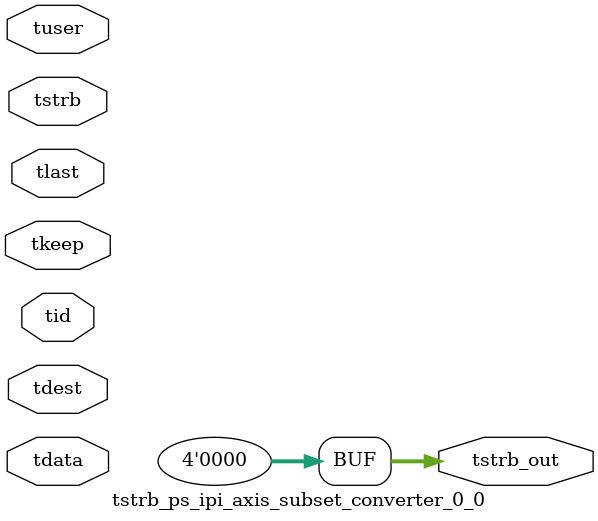
<source format=v>


`timescale 1ps/1ps

module tstrb_ps_ipi_axis_subset_converter_0_0 #
(
parameter C_S_AXIS_TDATA_WIDTH = 32,
parameter C_S_AXIS_TUSER_WIDTH = 0,
parameter C_S_AXIS_TID_WIDTH   = 0,
parameter C_S_AXIS_TDEST_WIDTH = 0,
parameter C_M_AXIS_TDATA_WIDTH = 32
)
(
input  [(C_S_AXIS_TDATA_WIDTH == 0 ? 1 : C_S_AXIS_TDATA_WIDTH)-1:0     ] tdata,
input  [(C_S_AXIS_TUSER_WIDTH == 0 ? 1 : C_S_AXIS_TUSER_WIDTH)-1:0     ] tuser,
input  [(C_S_AXIS_TID_WIDTH   == 0 ? 1 : C_S_AXIS_TID_WIDTH)-1:0       ] tid,
input  [(C_S_AXIS_TDEST_WIDTH == 0 ? 1 : C_S_AXIS_TDEST_WIDTH)-1:0     ] tdest,
input  [(C_S_AXIS_TDATA_WIDTH/8)-1:0 ] tkeep,
input  [(C_S_AXIS_TDATA_WIDTH/8)-1:0 ] tstrb,
input                                                                    tlast,
output [(C_M_AXIS_TDATA_WIDTH/8)-1:0 ] tstrb_out
);

assign tstrb_out = {1'b0};

endmodule


</source>
